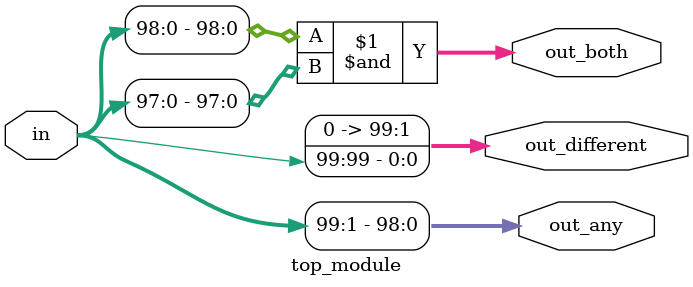
<source format=sv>
module top_module (
    input [99:0] in,
    output [98:0] out_both,
    output [99:1] out_any,
    output [99:0] out_different
);

    assign out_both = in[98:0] & in[97:0];
    
    assign out_any = {1'b0, in[99:1]};
    
    assign out_different = in[98:0] != {in[99], in[98:1], in[0]};

endmodule

</source>
